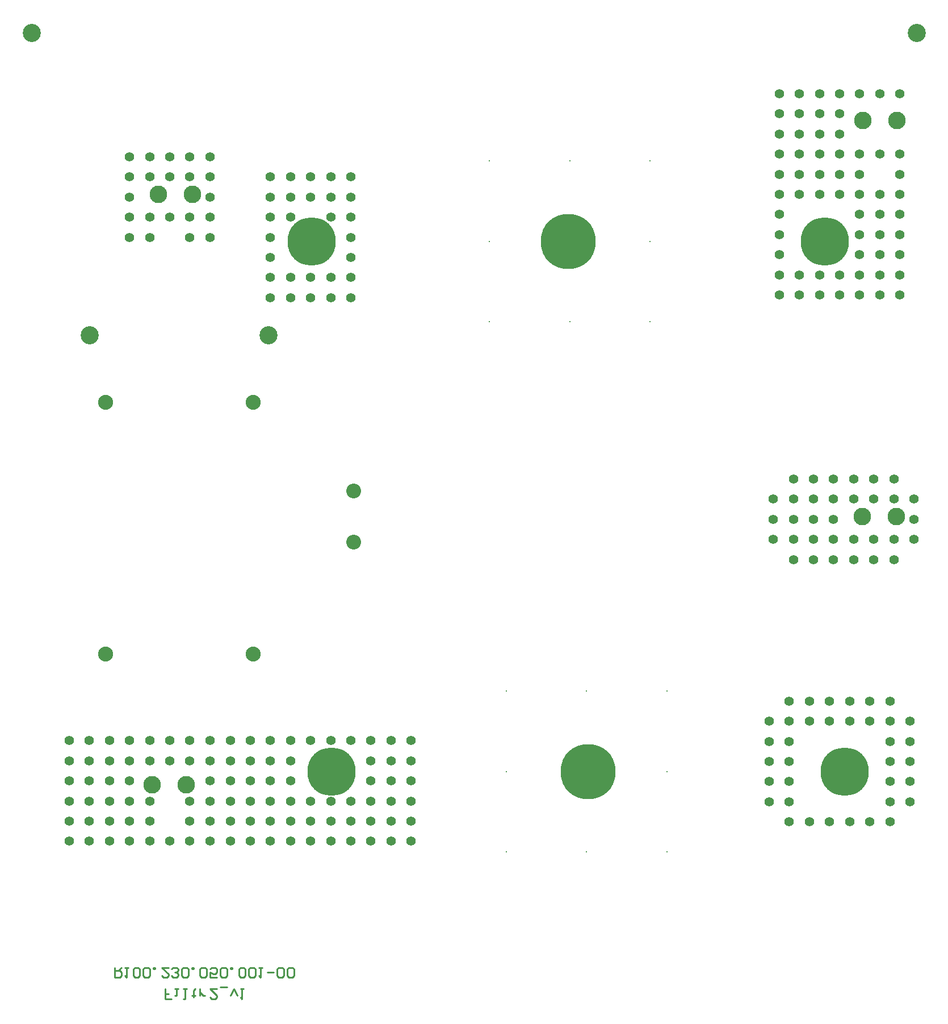
<source format=gbs>
%FSTAX23Y23*%
%MOIN*%
%SFA1B1*%

%IPPOS*%
%ADD22C,0.009800*%
%ADD24C,0.086700*%
%ADD25C,0.103000*%
%ADD26C,0.106400*%
%ADD27C,0.088000*%
%ADD28C,0.323000*%
%ADD29C,0.283600*%
%ADD30C,0.008000*%
%ADD31C,0.055200*%
%LNr100.230.050.001-00_filtr2-1*%
%LPD*%
G54D22*
X00566Y00503D02*
Y00444D01*
X00595*
X00605Y00454*
Y00474*
X00595Y00484*
X00566*
X00585D02*
X00605Y00503D01*
X00625D02*
X00644D01*
X00635*
Y00444*
X00625Y00454*
X00674D02*
X00684Y00444D01*
X00703*
X00713Y00454*
Y00494*
X00703Y00503*
X00684*
X00674Y00494*
Y00454*
X00733D02*
X00743Y00444D01*
X00762*
X00772Y00454*
Y00494*
X00762Y00503*
X00743*
X00733Y00494*
Y00454*
X00792Y00503D02*
Y00494D01*
X00802*
Y00503*
X00792*
X00881D02*
X00841D01*
X00881Y00464*
Y00454*
X00871Y00444*
X00851*
X00841Y00454*
X009D02*
X0091Y00444D01*
X0093*
X0094Y00454*
Y00464*
X0093Y00474*
X0092*
X0093*
X0094Y00484*
Y00494*
X0093Y00503*
X0091*
X009Y00494*
X00959Y00454D02*
X00969Y00444D01*
X00989*
X00999Y00454*
Y00494*
X00989Y00503*
X00969*
X00959Y00494*
Y00454*
X01018Y00503D02*
Y00494D01*
X01028*
Y00503*
X01018*
X01067Y00454D02*
X01077Y00444D01*
X01097*
X01107Y00454*
Y00494*
X01097Y00503*
X01077*
X01067Y00494*
Y00454*
X01166Y00444D02*
X01127D01*
Y00474*
X01146Y00464*
X01156*
X01166Y00474*
Y00494*
X01156Y00503*
X01136*
X01127Y00494*
X01186Y00454D02*
X01195Y00444D01*
X01215*
X01225Y00454*
Y00494*
X01215Y00503*
X01195*
X01186Y00494*
Y00454*
X01245Y00503D02*
Y00494D01*
X01254*
Y00503*
X01245*
X01294Y00454D02*
X01304Y00444D01*
X01323*
X01333Y00454*
Y00494*
X01323Y00503*
X01304*
X01294Y00494*
Y00454*
X01353D02*
X01363Y00444D01*
X01382*
X01392Y00454*
Y00494*
X01382Y00503*
X01363*
X01353Y00494*
Y00454*
X01412Y00503D02*
X01432D01*
X01422*
Y00444*
X01412Y00454*
X01461Y00474D02*
X015D01*
X0152Y00454D02*
X0153Y00444D01*
X0155*
X01559Y00454*
Y00494*
X0155Y00503*
X0153*
X0152Y00494*
Y00454*
X01579D02*
X01589Y00444D01*
X01609*
X01618Y00454*
Y00494*
X01609Y00503*
X01589*
X01579Y00494*
Y00454*
X009Y0032D02*
X00861D01*
Y00349*
X00881*
X00861*
Y00379*
X0092D02*
X0094D01*
X0093*
Y0034*
X0092*
X00969Y00379D02*
X00989D01*
X00979*
Y0032*
X00969*
X01028Y0033D02*
Y0034D01*
X01018*
X01038*
X01028*
Y00369*
X01038Y00379*
X01067Y0034D02*
Y00379D01*
Y00359*
X01077Y00349*
X01087Y0034*
X01097*
X01166Y00379D02*
X01127D01*
X01166Y0034*
Y0033*
X01156Y0032*
X01136*
X01127Y0033*
X01186Y00389D02*
X01225D01*
X01245Y0034D02*
X01264Y00379D01*
X01284Y0034*
X01304Y00379D02*
X01323D01*
X01313*
Y0032*
X01304Y0033*
G54D24*
X01968Y02999D03*
Y03299D03*
G54D25*
X00784Y01574D03*
X00984D03*
X0496Y05472D03*
X0516D03*
X00823Y05039D03*
X01023D03*
X04957Y03149D03*
X05157D03*
G54D26*
X01469Y04212D03*
X00419D03*
X00078Y05984D03*
X05275D03*
G54D27*
X00511Y03818D03*
Y02342D03*
X01378Y03818D03*
Y02342D03*
G54D28*
X03228Y04763D03*
X03346Y01653D03*
G54D29*
X04734Y04763D03*
X01722D03*
X04852Y01653D03*
X0184D03*
G54D30*
X0371Y04291D03*
X03238D03*
X02765D03*
Y04763D03*
X0371D03*
X02765Y05236D03*
X03238D03*
X0371D03*
X02864Y01181D03*
X03336D03*
X03809D03*
X02864Y01653D03*
X03809D03*
Y02126D03*
X03336D03*
X02864D03*
G54D31*
X02307Y01834D03*
Y01716D03*
Y01598D03*
Y0148D03*
Y01362D03*
Y01244D03*
X02189Y01834D03*
Y01716D03*
Y01598D03*
Y0148D03*
Y01362D03*
Y01244D03*
X0207Y01834D03*
Y01716D03*
Y01598D03*
Y0148D03*
Y01362D03*
Y01244D03*
X01952Y01834D03*
Y0148D03*
Y01362D03*
Y01244D03*
X01834Y01834D03*
Y0148D03*
Y01362D03*
Y01244D03*
X01716Y01834D03*
Y0148D03*
Y01362D03*
Y01244D03*
X01598Y01834D03*
Y01716D03*
Y01598D03*
Y0148D03*
Y01362D03*
Y01244D03*
X0148Y01834D03*
Y01716D03*
Y01598D03*
Y0148D03*
Y01362D03*
Y01244D03*
X01362Y01834D03*
Y01716D03*
Y01598D03*
Y0148D03*
Y01362D03*
Y01244D03*
X01244Y01834D03*
Y01716D03*
Y01598D03*
Y0148D03*
Y01362D03*
Y01244D03*
X01126Y01834D03*
Y01716D03*
Y01598D03*
Y0148D03*
Y01362D03*
Y01244D03*
X01007Y01834D03*
Y01716D03*
Y0148D03*
Y01362D03*
Y01244D03*
X00889Y01834D03*
Y01716D03*
Y01244D03*
X00771Y01834D03*
Y01716D03*
Y0148D03*
Y01362D03*
Y01244D03*
X00653Y01834D03*
Y01716D03*
Y01598D03*
Y0148D03*
Y01362D03*
Y01244D03*
X00535Y01834D03*
Y01716D03*
Y01598D03*
Y0148D03*
Y01362D03*
Y01244D03*
X00417Y01834D03*
Y01716D03*
Y01598D03*
Y0148D03*
Y01362D03*
Y01244D03*
X00299Y01834D03*
Y01716D03*
Y01598D03*
Y0148D03*
Y01362D03*
Y01244D03*
X01952Y05141D03*
Y05023D03*
Y04905D03*
Y04787D03*
Y04669D03*
Y04551D03*
Y04433D03*
X01834Y05141D03*
Y05023D03*
Y04905D03*
Y04551D03*
Y04433D03*
X01716Y05141D03*
Y05023D03*
Y04551D03*
Y04433D03*
X01598Y05141D03*
Y05023D03*
Y04905D03*
Y04551D03*
Y04433D03*
X0148Y05141D03*
Y05023D03*
Y04905D03*
Y04787D03*
Y04669D03*
Y04551D03*
Y04433D03*
X01126Y05259D03*
Y05141D03*
Y05023D03*
Y04905D03*
Y04787D03*
X01007Y05259D03*
Y05141D03*
Y04905D03*
Y04787D03*
X00889Y05259D03*
Y05141D03*
Y04905D03*
X00771Y05259D03*
Y05141D03*
Y04905D03*
Y04787D03*
X00653Y05259D03*
Y05141D03*
Y05023D03*
Y04905D03*
Y04787D03*
X05259Y03252D03*
Y03133D03*
Y03015D03*
X05141Y0337D03*
Y03252D03*
Y03015D03*
Y02897D03*
X05023Y0337D03*
Y03252D03*
Y03015D03*
Y02897D03*
X04905Y0337D03*
Y03252D03*
Y03015D03*
Y02897D03*
X04787Y0337D03*
Y03252D03*
Y03133D03*
Y03015D03*
Y02897D03*
X04669Y0337D03*
Y03252D03*
Y03133D03*
Y03015D03*
Y02897D03*
X04551Y0337D03*
Y03252D03*
Y03133D03*
Y03015D03*
Y02897D03*
X04433Y03252D03*
Y03133D03*
Y03015D03*
X05236Y01948D03*
Y0183D03*
Y01712D03*
Y01594D03*
Y01476D03*
X05118Y02066D03*
Y01948D03*
Y0183D03*
Y01712D03*
Y01594D03*
Y01476D03*
Y01358D03*
X05Y02066D03*
Y01948D03*
Y01358D03*
X04881Y02066D03*
Y01948D03*
Y01358D03*
X04763Y02066D03*
Y01948D03*
Y01358D03*
X04645Y02066D03*
Y01948D03*
Y01358D03*
X04527Y02066D03*
Y01948D03*
Y0183D03*
Y01712D03*
Y01594D03*
Y01476D03*
Y01358D03*
X04409Y01948D03*
Y0183D03*
Y01712D03*
Y01594D03*
Y01476D03*
X05177Y05629D03*
Y05275D03*
Y05157D03*
Y05039D03*
Y04921D03*
Y04803D03*
Y04685D03*
Y04566D03*
Y04448D03*
X05059Y05629D03*
Y05275D03*
Y05039D03*
Y04921D03*
Y04803D03*
Y04685D03*
Y04566D03*
Y04448D03*
X0494Y05629D03*
Y05275D03*
Y05157D03*
Y05039D03*
Y04921D03*
Y04803D03*
Y04685D03*
Y04566D03*
Y04448D03*
X04822Y05629D03*
Y05511D03*
Y05393D03*
Y05275D03*
Y05157D03*
Y05039D03*
Y04566D03*
Y04448D03*
X04704Y05629D03*
Y05511D03*
Y05393D03*
Y05275D03*
Y05157D03*
Y05039D03*
Y04566D03*
Y04448D03*
X04586Y05629D03*
Y05511D03*
Y05393D03*
Y05275D03*
Y05157D03*
Y05039D03*
Y04566D03*
Y04448D03*
X04468Y05629D03*
Y05511D03*
Y05393D03*
Y05275D03*
Y05157D03*
Y05039D03*
Y04921D03*
Y04803D03*
Y04685D03*
Y04566D03*
Y04448D03*
M02*
</source>
